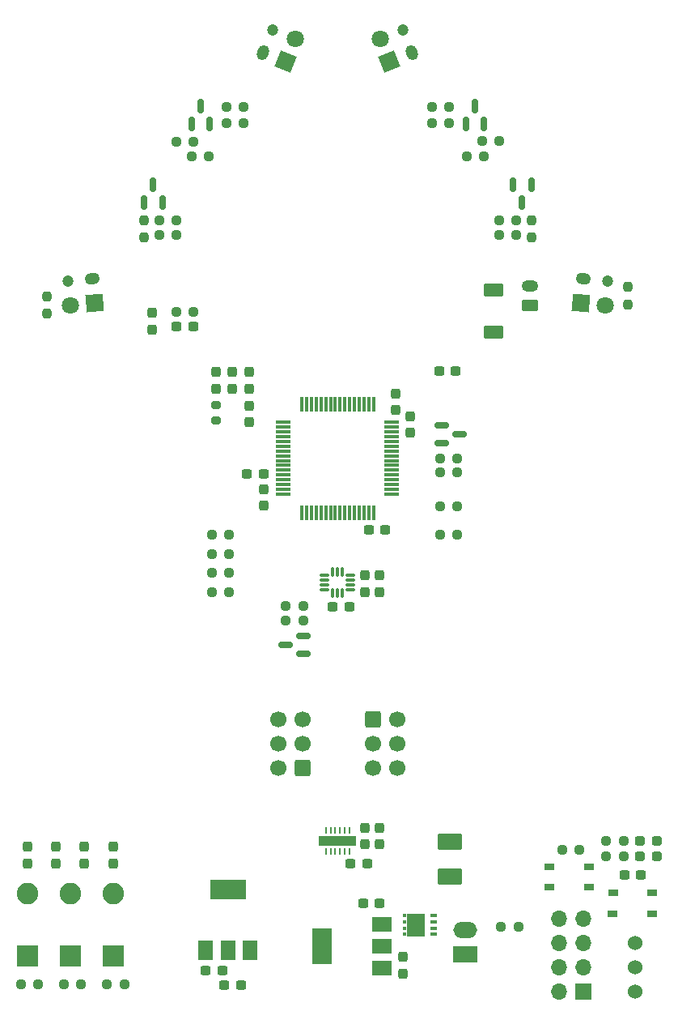
<source format=gbr>
G04 #@! TF.GenerationSoftware,KiCad,Pcbnew,7.0.9-7.0.9~ubuntu22.04.1*
G04 #@! TF.CreationDate,2023-12-15T19:10:04+09:00*
G04 #@! TF.ProjectId,fast_respect,66617374-5f72-4657-9370-6563742e6b69,rev?*
G04 #@! TF.SameCoordinates,Original*
G04 #@! TF.FileFunction,Soldermask,Top*
G04 #@! TF.FilePolarity,Negative*
%FSLAX46Y46*%
G04 Gerber Fmt 4.6, Leading zero omitted, Abs format (unit mm)*
G04 Created by KiCad (PCBNEW 7.0.9-7.0.9~ubuntu22.04.1) date 2023-12-15 19:10:04*
%MOMM*%
%LPD*%
G01*
G04 APERTURE LIST*
G04 Aperture macros list*
%AMRoundRect*
0 Rectangle with rounded corners*
0 $1 Rounding radius*
0 $2 $3 $4 $5 $6 $7 $8 $9 X,Y pos of 4 corners*
0 Add a 4 corners polygon primitive as box body*
4,1,4,$2,$3,$4,$5,$6,$7,$8,$9,$2,$3,0*
0 Add four circle primitives for the rounded corners*
1,1,$1+$1,$2,$3*
1,1,$1+$1,$4,$5*
1,1,$1+$1,$6,$7*
1,1,$1+$1,$8,$9*
0 Add four rect primitives between the rounded corners*
20,1,$1+$1,$2,$3,$4,$5,0*
20,1,$1+$1,$4,$5,$6,$7,0*
20,1,$1+$1,$6,$7,$8,$9,0*
20,1,$1+$1,$8,$9,$2,$3,0*%
%AMHorizOval*
0 Thick line with rounded ends*
0 $1 width*
0 $2 $3 position (X,Y) of the first rounded end (center of the circle)*
0 $4 $5 position (X,Y) of the second rounded end (center of the circle)*
0 Add line between two ends*
20,1,$1,$2,$3,$4,$5,0*
0 Add two circle primitives to create the rounded ends*
1,1,$1,$2,$3*
1,1,$1,$4,$5*%
%AMRotRect*
0 Rectangle, with rotation*
0 The origin of the aperture is its center*
0 $1 length*
0 $2 width*
0 $3 Rotation angle, in degrees counterclockwise*
0 Add horizontal line*
21,1,$1,$2,0,0,$3*%
%AMFreePoly0*
4,1,5,0.850000,-1.250000,-0.850000,-1.250000,-0.850000,1.250000,0.850000,1.250000,0.850000,-1.250000,0.850000,-1.250000,$1*%
G04 Aperture macros list end*
%ADD10RoundRect,0.237500X-0.250000X-0.237500X0.250000X-0.237500X0.250000X0.237500X-0.250000X0.237500X0*%
%ADD11RotRect,1.800000X1.800000X185.000000*%
%ADD12C,1.800000*%
%ADD13R,1.050000X0.650000*%
%ADD14RoundRect,0.237500X0.237500X-0.300000X0.237500X0.300000X-0.237500X0.300000X-0.237500X-0.300000X0*%
%ADD15RoundRect,0.237500X0.250000X0.237500X-0.250000X0.237500X-0.250000X-0.237500X0.250000X-0.237500X0*%
%ADD16RoundRect,0.250000X0.800000X-0.450000X0.800000X0.450000X-0.800000X0.450000X-0.800000X-0.450000X0*%
%ADD17RoundRect,0.237500X0.300000X0.237500X-0.300000X0.237500X-0.300000X-0.237500X0.300000X-0.237500X0*%
%ADD18R,0.650000X0.350000*%
%ADD19R,0.450000X0.350000*%
%ADD20R,1.930000X2.450000*%
%ADD21RoundRect,0.237500X-0.237500X0.300000X-0.237500X-0.300000X0.237500X-0.300000X0.237500X0.300000X0*%
%ADD22RoundRect,0.237500X0.287500X0.237500X-0.287500X0.237500X-0.287500X-0.237500X0.287500X-0.237500X0*%
%ADD23HorizOval,1.200000X0.199239X-0.017431X-0.199239X0.017431X0*%
%ADD24HorizOval,1.200000X0.000000X0.000000X0.000000X0.000000X0*%
%ADD25RoundRect,0.200000X-0.275000X0.200000X-0.275000X-0.200000X0.275000X-0.200000X0.275000X0.200000X0*%
%ADD26RoundRect,0.237500X0.237500X-0.250000X0.237500X0.250000X-0.237500X0.250000X-0.237500X-0.250000X0*%
%ADD27RoundRect,0.150000X-0.587500X-0.150000X0.587500X-0.150000X0.587500X0.150000X-0.587500X0.150000X0*%
%ADD28RoundRect,0.237500X-0.300000X-0.237500X0.300000X-0.237500X0.300000X0.237500X-0.300000X0.237500X0*%
%ADD29R,1.700000X1.700000*%
%ADD30O,1.700000X1.700000*%
%ADD31RoundRect,0.250000X0.625000X-0.350000X0.625000X0.350000X-0.625000X0.350000X-0.625000X-0.350000X0*%
%ADD32O,1.750000X1.200000*%
%ADD33RoundRect,0.075000X-0.075000X0.700000X-0.075000X-0.700000X0.075000X-0.700000X0.075000X0.700000X0*%
%ADD34RoundRect,0.075000X-0.700000X0.075000X-0.700000X-0.075000X0.700000X-0.075000X0.700000X0.075000X0*%
%ADD35RotRect,1.800000X1.800000X68.000000*%
%ADD36O,2.500000X1.700000*%
%ADD37FreePoly0,270.000000*%
%ADD38RoundRect,0.237500X-0.237500X0.287500X-0.237500X-0.287500X0.237500X-0.287500X0.237500X0.287500X0*%
%ADD39RoundRect,0.250000X0.600000X0.600000X-0.600000X0.600000X-0.600000X-0.600000X0.600000X-0.600000X0*%
%ADD40C,1.700000*%
%ADD41RoundRect,0.150000X-0.150000X0.587500X-0.150000X-0.587500X0.150000X-0.587500X0.150000X0.587500X0*%
%ADD42R,2.250000X2.250000*%
%ADD43C,2.250000*%
%ADD44RoundRect,0.150000X0.150000X-0.587500X0.150000X0.587500X-0.150000X0.587500X-0.150000X-0.587500X0*%
%ADD45RoundRect,0.150000X0.587500X0.150000X-0.587500X0.150000X-0.587500X-0.150000X0.587500X-0.150000X0*%
%ADD46HorizOval,1.200000X0.074921X0.185437X-0.074921X-0.185437X0*%
%ADD47HorizOval,1.200000X0.000000X0.000000X0.000000X0.000000X0*%
%ADD48R,0.250000X0.750000*%
%ADD49R,3.975000X1.000000*%
%ADD50RoundRect,0.087500X-0.412500X-0.087500X0.412500X-0.087500X0.412500X0.087500X-0.412500X0.087500X0*%
%ADD51RoundRect,0.087500X-0.087500X-0.412500X0.087500X-0.412500X0.087500X0.412500X-0.087500X0.412500X0*%
%ADD52RotRect,1.800000X1.800000X112.000000*%
%ADD53HorizOval,1.200000X-0.199239X-0.017431X0.199239X0.017431X0*%
%ADD54HorizOval,1.200000X0.000000X0.000000X0.000000X0.000000X0*%
%ADD55RotRect,1.800000X1.800000X355.000000*%
%ADD56C,1.524000*%
%ADD57RoundRect,0.102000X1.200000X-0.725000X1.200000X0.725000X-1.200000X0.725000X-1.200000X-0.725000X0*%
%ADD58RoundRect,0.250000X-0.600000X-0.600000X0.600000X-0.600000X0.600000X0.600000X-0.600000X0.600000X0*%
%ADD59R,2.000000X1.500000*%
%ADD60R,2.000000X3.800000*%
%ADD61R,1.500000X2.000000*%
%ADD62R,3.800000X2.000000*%
%ADD63HorizOval,1.200000X-0.074921X0.185437X0.074921X-0.185437X0*%
%ADD64HorizOval,1.200000X0.000000X0.000000X0.000000X0.000000X0*%
G04 APERTURE END LIST*
D10*
X149837500Y-57000000D03*
X151662500Y-57000000D03*
D11*
X114530000Y-75779000D03*
D12*
X111999665Y-76000376D03*
D13*
X166275000Y-136825000D03*
X162125000Y-136825000D03*
X166275000Y-134675000D03*
X162150000Y-134675000D03*
D14*
X146050000Y-86962500D03*
X146050000Y-85237500D03*
D15*
X158690000Y-67100000D03*
X156865000Y-67100000D03*
D16*
X156300000Y-78800000D03*
X156300000Y-74400000D03*
D14*
X142850000Y-105975000D03*
X142850000Y-104250000D03*
D17*
X143062500Y-134400000D03*
X141337500Y-134400000D03*
D18*
X150050000Y-139800000D03*
X150050000Y-141750000D03*
X150050000Y-141100000D03*
X150050000Y-140450000D03*
D19*
X147000000Y-141750000D03*
X147000000Y-141100000D03*
D20*
X148190000Y-140775000D03*
D19*
X147000000Y-140450000D03*
X147000000Y-139800000D03*
D21*
X142850000Y-130637500D03*
X142850000Y-132362500D03*
D22*
X173375000Y-133600000D03*
X171625000Y-133600000D03*
D23*
X165691000Y-73248000D03*
D24*
X168221335Y-73469376D03*
D22*
X173375000Y-132000000D03*
X171625000Y-132000000D03*
D10*
X157087500Y-141000000D03*
X158912500Y-141000000D03*
D21*
X120610000Y-76815000D03*
X120610000Y-78540000D03*
D25*
X127250000Y-86425000D03*
X127250000Y-88075000D03*
D10*
X149837500Y-55250000D03*
X151662500Y-55250000D03*
D26*
X109600000Y-76912500D03*
X109600000Y-75087500D03*
D27*
X150912500Y-88550000D03*
X150912500Y-90450000D03*
X152787500Y-89500000D03*
D28*
X170020000Y-135520000D03*
X171745000Y-135520000D03*
D10*
X150687500Y-92000000D03*
X152512500Y-92000000D03*
D29*
X165700000Y-147730000D03*
D30*
X163160000Y-147730000D03*
X165700000Y-145190000D03*
X163160000Y-145190000D03*
X165700000Y-142650000D03*
X163160000Y-142650000D03*
X165700000Y-140110000D03*
X163160000Y-140110000D03*
D17*
X144362500Y-138500000D03*
X142637500Y-138500000D03*
D31*
X160080000Y-76000000D03*
D32*
X160080000Y-74000000D03*
D33*
X143750000Y-86325000D03*
X143250000Y-86325000D03*
X142750000Y-86325000D03*
X142250000Y-86325000D03*
X141750000Y-86325000D03*
X141250000Y-86325000D03*
X140750000Y-86325000D03*
X140250000Y-86325000D03*
X139750000Y-86325000D03*
X139250000Y-86325000D03*
X138750000Y-86325000D03*
X138250000Y-86325000D03*
X137750000Y-86325000D03*
X137250000Y-86325000D03*
X136750000Y-86325000D03*
X136250000Y-86325000D03*
D34*
X134325000Y-88250000D03*
X134325000Y-88750000D03*
X134325000Y-89250000D03*
X134325000Y-89750000D03*
X134325000Y-90250000D03*
X134325000Y-90750000D03*
X134325000Y-91250000D03*
X134325000Y-91750000D03*
X134325000Y-92250000D03*
X134325000Y-92750000D03*
X134325000Y-93250000D03*
X134325000Y-93750000D03*
X134325000Y-94250000D03*
X134325000Y-94750000D03*
X134325000Y-95250000D03*
X134325000Y-95750000D03*
D33*
X136250000Y-97675000D03*
X136750000Y-97675000D03*
X137250000Y-97675000D03*
X137750000Y-97675000D03*
X138250000Y-97675000D03*
X138750000Y-97675000D03*
X139250000Y-97675000D03*
X139750000Y-97675000D03*
X140250000Y-97675000D03*
X140750000Y-97675000D03*
X141250000Y-97675000D03*
X141750000Y-97675000D03*
X142250000Y-97675000D03*
X142750000Y-97675000D03*
X143250000Y-97675000D03*
X143750000Y-97675000D03*
D34*
X145675000Y-95750000D03*
X145675000Y-95250000D03*
X145675000Y-94750000D03*
X145675000Y-94250000D03*
X145675000Y-93750000D03*
X145675000Y-93250000D03*
X145675000Y-92750000D03*
X145675000Y-92250000D03*
X145675000Y-91750000D03*
X145675000Y-91250000D03*
X145675000Y-90750000D03*
X145675000Y-90250000D03*
X145675000Y-89750000D03*
X145675000Y-89250000D03*
X145675000Y-88750000D03*
X145675000Y-88250000D03*
D21*
X130750000Y-86500000D03*
X130750000Y-88225000D03*
D15*
X123135000Y-68700000D03*
X121310000Y-68700000D03*
X128662500Y-106000000D03*
X126837500Y-106000000D03*
D28*
X150610000Y-82900000D03*
X152335000Y-82900000D03*
D35*
X134573000Y-50539000D03*
D12*
X135524501Y-48183953D03*
D26*
X160270000Y-68925000D03*
X160270000Y-67100000D03*
D15*
X128662500Y-102000000D03*
X126837500Y-102000000D03*
X108662500Y-147000000D03*
X106837500Y-147000000D03*
D36*
X153350000Y-141330000D03*
D37*
X153350000Y-143870000D03*
D38*
X107500000Y-132625000D03*
X107500000Y-134375000D03*
D39*
X136320000Y-124380000D03*
D40*
X133780000Y-124380000D03*
X136320000Y-121840000D03*
X133780000Y-121840000D03*
X136320000Y-119300000D03*
X133780000Y-119300000D03*
D10*
X168087500Y-132000000D03*
X169912500Y-132000000D03*
D15*
X130162500Y-57000000D03*
X128337500Y-57000000D03*
X128662500Y-100000000D03*
X126837500Y-100000000D03*
D41*
X160250000Y-63422500D03*
X158350000Y-63422500D03*
X159300000Y-65297500D03*
D26*
X170400000Y-75912500D03*
X170400000Y-74087500D03*
D21*
X146800000Y-144137500D03*
X146800000Y-145862500D03*
D42*
X107500000Y-144000000D03*
D43*
X107500000Y-137500000D03*
D44*
X124700000Y-57087500D03*
X126600000Y-57087500D03*
X125650000Y-55212500D03*
D45*
X136437500Y-112450000D03*
X136437500Y-110550000D03*
X134562500Y-111500000D03*
D21*
X132250000Y-95250000D03*
X132250000Y-96975000D03*
D28*
X143250000Y-99500000D03*
X144975000Y-99500000D03*
D17*
X124862500Y-78250000D03*
X123137500Y-78250000D03*
D46*
X132218000Y-49588000D03*
D47*
X133169501Y-47232953D03*
D48*
X141250000Y-130925000D03*
X140750000Y-130925000D03*
X140250000Y-130925000D03*
X139750000Y-130925000D03*
X139250000Y-130925000D03*
X138750000Y-130925000D03*
D49*
X140000000Y-132000000D03*
D48*
X138750000Y-133075000D03*
X139250000Y-133075000D03*
X139750000Y-133075000D03*
X140250000Y-133075000D03*
X140750000Y-133075000D03*
X141250000Y-133075000D03*
D15*
X165312500Y-132950000D03*
X163487500Y-132950000D03*
D14*
X144400000Y-132362500D03*
X144400000Y-130637500D03*
D42*
X112000000Y-144000000D03*
D43*
X112000000Y-137500000D03*
D10*
X150687500Y-97000000D03*
X152512500Y-97000000D03*
D17*
X127925000Y-145500000D03*
X126200000Y-145500000D03*
D50*
X138650000Y-104250000D03*
X138650000Y-104750000D03*
X138650000Y-105250000D03*
X138650000Y-105750000D03*
D51*
X139500000Y-106100000D03*
X140000000Y-106100000D03*
X140500000Y-106100000D03*
D50*
X141350000Y-105750000D03*
X141350000Y-105250000D03*
X141350000Y-104750000D03*
X141350000Y-104250000D03*
D51*
X140500000Y-103900000D03*
X140000000Y-103900000D03*
X139500000Y-103900000D03*
D52*
X145427000Y-50539000D03*
D12*
X144475499Y-48183953D03*
D10*
X150687500Y-93500000D03*
X152512500Y-93500000D03*
D26*
X119730000Y-68925000D03*
X119730000Y-67100000D03*
D21*
X130750000Y-83000000D03*
X130750000Y-84725000D03*
D53*
X114309000Y-73248000D03*
D54*
X111778665Y-73469376D03*
D55*
X165470000Y-75779000D03*
D12*
X168000335Y-76000376D03*
D56*
X171120000Y-142650000D03*
X171120000Y-145190000D03*
X171120000Y-147730000D03*
D14*
X147600000Y-89362500D03*
X147600000Y-87637500D03*
D10*
X121310000Y-67100000D03*
X123135000Y-67100000D03*
X123087500Y-76710000D03*
X124912500Y-76710000D03*
D38*
X113500000Y-132625000D03*
X113500000Y-134375000D03*
D10*
X156865000Y-68700000D03*
X158690000Y-68700000D03*
D28*
X139500000Y-107500000D03*
X141225000Y-107500000D03*
D57*
X151710000Y-132040000D03*
X151710000Y-135690000D03*
D21*
X129000000Y-83000000D03*
X129000000Y-84725000D03*
D14*
X144400000Y-105975000D03*
X144400000Y-104250000D03*
D15*
X126512500Y-60450000D03*
X124687500Y-60450000D03*
X124912500Y-58900000D03*
X123087500Y-58900000D03*
D58*
X143680000Y-119300000D03*
D40*
X146220000Y-119300000D03*
X143680000Y-121840000D03*
X146220000Y-121840000D03*
X143680000Y-124380000D03*
X146220000Y-124380000D03*
D15*
X113162500Y-147000000D03*
X111337500Y-147000000D03*
D17*
X132225000Y-93650000D03*
X130500000Y-93650000D03*
D10*
X153487500Y-60450000D03*
X155312500Y-60450000D03*
D44*
X119750000Y-65297500D03*
X121650000Y-65297500D03*
X120700000Y-63422500D03*
D59*
X144650000Y-145300000D03*
X144650000Y-143000000D03*
D60*
X138350000Y-143000000D03*
D59*
X144650000Y-140700000D03*
D10*
X155087500Y-58840000D03*
X156912500Y-58840000D03*
D15*
X136412500Y-109000000D03*
X134587500Y-109000000D03*
D61*
X126200000Y-143400000D03*
X128500000Y-143400000D03*
D62*
X128500000Y-137100000D03*
D61*
X130800000Y-143400000D03*
D17*
X129862500Y-147100000D03*
X128137500Y-147100000D03*
D13*
X172925000Y-139575000D03*
X168775000Y-139575000D03*
X172925000Y-137425000D03*
X168800000Y-137425000D03*
D10*
X134587500Y-107450000D03*
X136412500Y-107450000D03*
X168087500Y-133600000D03*
X169912500Y-133600000D03*
D42*
X116500000Y-144000000D03*
D43*
X116500000Y-137500000D03*
D15*
X130162500Y-55250000D03*
X128337500Y-55250000D03*
D63*
X147782000Y-49588000D03*
D64*
X146830499Y-47232953D03*
D15*
X128662500Y-104000000D03*
X126837500Y-104000000D03*
D38*
X110500000Y-132625000D03*
X110500000Y-134375000D03*
D21*
X127250000Y-83000000D03*
X127250000Y-84725000D03*
D15*
X117662500Y-147000000D03*
X115837500Y-147000000D03*
D38*
X116500000Y-132625000D03*
X116500000Y-134375000D03*
D44*
X153400000Y-57087500D03*
X155300000Y-57087500D03*
X154350000Y-55212500D03*
D15*
X152512500Y-100000000D03*
X150687500Y-100000000D03*
M02*

</source>
